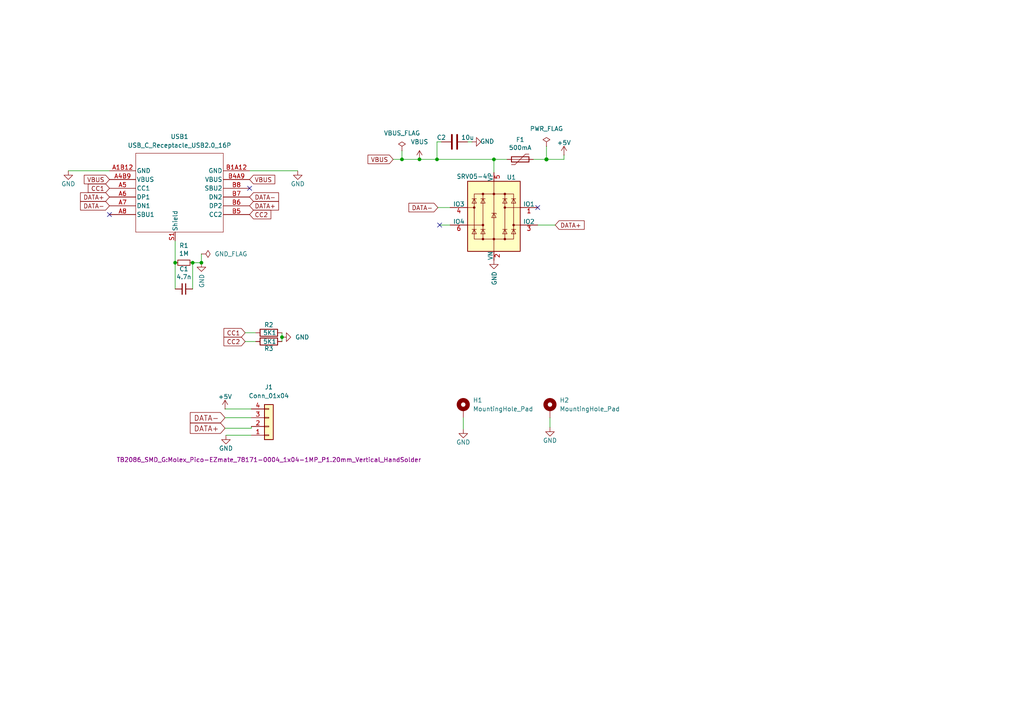
<source format=kicad_sch>
(kicad_sch (version 20250114) (generator "eeschema") (generator_version "9.0")
  (paper "A4")
  (lib_symbols
    (symbol "Connector_Generic:Conn_01x04" (pin_names (offset 1.016) (hide yes))
      (property "Reference" "J" (at 0 5.08 0))
      (property "Value" "Conn_01x04" (at 0 -7.62 0))
      (symbol "Conn_01x04_1_1"
        (rectangle (start -1.27 3.81) (end 1.27 -6.35) (stroke (width 0.254)) (fill (type background)))
        (rectangle (start -1.27 2.667) (end 0 2.413) (stroke (width 0.1524)))
        (rectangle (start -1.27 0.127) (end 0 -0.127) (stroke (width 0.1524)))
        (rectangle (start -1.27 -2.413) (end 0 -2.667) (stroke (width 0.1524)))
        (rectangle (start -1.27 -4.953) (end 0 -5.207) (stroke (width 0.1524)))
        (pin passive line (at -5.08 2.54 0) (length 3.81) (name "Pin_1") (number "1"))
        (pin passive line (at -5.08 0 0) (length 3.81) (name "Pin_2") (number "2"))
        (pin passive line (at -5.08 -2.54 0) (length 3.81) (name "Pin_3") (number "3"))
        (pin passive line (at -5.08 -5.08 0) (length 3.81) (name "Pin_4") (number "4"))
      )
    )
    (symbol "Device:C" (pin_numbers (hide yes)) (pin_names (offset 0.254))
      (property "Reference" "C" (at 0.635 2.54 0))
      (property "Value" "C" (at 0.635 -2.54 0))
      (symbol "C_0_1"
        (polyline (pts (xy -2.032 0.762) (xy 2.032 0.762)) (stroke (width 0.508)))
        (polyline (pts (xy -2.032 -0.762) (xy 2.032 -0.762)) (stroke (width 0.508)))
      )
      (symbol "C_1_1"
        (pin passive line (at 0 3.81 270) (length 2.794) (name "~") (number "1"))
        (pin passive line (at 0 -3.81 90) (length 2.794) (name "~") (number "2"))
      )
    )
    (symbol "Device:C_Small" (pin_numbers (hide yes)) (pin_names (offset 0.254) (hide yes))
      (property "Reference" "C" (at 0.254 1.778 0))
      (property "Value" "C_Small" (at 0.254 -2.032 0))
      (symbol "C_Small_0_1"
        (polyline (pts (xy -1.524 0.508) (xy 1.524 0.508)) (stroke (width 0.3048)))
        (polyline (pts (xy -1.524 -0.508) (xy 1.524 -0.508)) (stroke (width 0.3302)))
      )
      (symbol "C_Small_1_1"
        (pin passive line (at 0 2.54 270) (length 2.032) (name "~") (number "1"))
        (pin passive line (at 0 -2.54 90) (length 2.032) (name "~") (number "2"))
      )
    )
    (symbol "Device:Polyfuse" (pin_numbers (hide yes)) (pin_names (offset 0))
      (property "Reference" "F" (at -2.54 0 90))
      (property "Value" "Polyfuse" (at 2.54 0 90))
      (symbol "Polyfuse_0_1"
        (polyline (pts (xy -1.524 2.54) (xy -1.524 1.524) (xy 1.524 -1.524) (xy 1.524 -2.54)))
        (rectangle (start -0.762 2.54) (end 0.762 -2.54) (stroke (width 0.254)))
        (polyline (pts (xy 0 2.54) (xy 0 -2.54)))
      )
      (symbol "Polyfuse_1_1"
        (pin passive line (at 0 3.81 270) (length 1.27) (name "~") (number "1"))
        (pin passive line (at 0 -3.81 90) (length 1.27) (name "~") (number "2"))
      )
    )
    (symbol "Device:R" (pin_numbers (hide yes)) (pin_names (offset 0))
      (property "Reference" "R" (at 2.032 0 90))
      (property "Value" "R" (at 0 0 90))
      (symbol "R_0_1"
        (rectangle (start -1.016 -2.54) (end 1.016 2.54) (stroke (width 0.254)))
      )
      (symbol "R_1_1"
        (pin passive line (at 0 3.81 270) (length 1.27) (name "~") (number "1"))
        (pin passive line (at 0 -3.81 90) (length 1.27) (name "~") (number "2"))
      )
    )
    (symbol "Device:R_Small" (pin_numbers (hide yes)) (pin_names (offset 0.254) (hide yes))
      (property "Reference" "R" (at 0.762 0.508 0))
      (property "Value" "R_Small" (at 0.762 -1.016 0))
      (symbol "R_Small_0_1"
        (rectangle (start -0.762 1.778) (end 0.762 -1.778) (stroke (width 0.2032)))
      )
      (symbol "R_Small_1_1"
        (pin passive line (at 0 2.54 270) (length 0.762) (name "~") (number "1"))
        (pin passive line (at 0 -2.54 90) (length 0.762) (name "~") (number "2"))
      )
    )
    (symbol "Mechanical:MountingHole_Pad" (pin_numbers (hide yes)) (pin_names (offset 1.016) (hide yes)) (in_bom no)
      (property "Reference" "H" (at 0 6.35 0))
      (property "Value" "MountingHole_Pad" (at 0 4.445 0))
      (symbol "MountingHole_Pad_0_1"
        (circle (center 0 1.27) (radius 1.27) (stroke (width 1.27)))
      )
      (symbol "MountingHole_Pad_1_1"
        (pin input line (at 0 -2.54 90) (length 2.54) (name "1") (number "1"))
      )
    )
    (symbol "Power_Protection:SRV05-4" (pin_names (offset 0))
      (property "Reference" "U" (at -5.08 11.43 0))
      (property "Value" "SRV05-4" (at 2.54 11.43 0))
      (symbol "SRV05-4_0_0"
        (rectangle (start -5.715 6.477) (end 5.715 -6.604))
        (polyline (pts (xy -3.175 -6.604) (xy -3.175 6.477)))
        (polyline (pts (xy 3.175 6.477) (xy 3.175 -6.604)))
      )
      (symbol "SRV05-4_0_1"
        (polyline (pts (xy -7.747 2.54) (xy -3.175 2.54)))
        (rectangle (start -7.62 10.16) (end 7.62 -10.16) (stroke (width 0.254)) (fill (type background)))
        (polyline (pts (xy -7.62 -2.54) (xy -5.715 -2.54)))
        (circle (center -5.715 -2.54) (radius 0.2794) (fill (type outline)))
        (polyline (pts (xy -5.08 5.08) (xy -6.35 5.08)))
        (polyline (pts (xy -5.08 3.81) (xy -6.35 3.81) (xy -5.715 5.08) (xy -5.08 3.81)))
        (polyline (pts (xy -5.08 -3.81) (xy -6.35 -3.81)))
        (polyline (pts (xy -5.08 -5.08) (xy -6.35 -5.08) (xy -5.715 -3.81) (xy -5.08 -5.08)))
        (circle (center -3.175 6.477) (radius 0.2794) (fill (type outline)))
        (circle (center -3.175 2.54) (radius 0.2794) (fill (type outline)))
        (circle (center -3.175 -6.604) (radius 0.2794) (fill (type outline)))
        (polyline (pts (xy -2.54 5.08) (xy -3.81 5.08)))
        (polyline (pts (xy -2.54 3.81) (xy -3.81 3.81) (xy -3.175 5.08) (xy -2.54 3.81)))
        (polyline (pts (xy -2.54 -3.81) (xy -3.81 -3.81)))
        (polyline (pts (xy -2.54 -5.08) (xy -3.81 -5.08) (xy -3.175 -3.81) (xy -2.54 -5.08)))
        (polyline (pts (xy 0 10.16) (xy 0 -10.16)))
        (circle (center 0 6.477) (radius 0.2794) (fill (type outline)))
        (circle (center 0 -6.604) (radius 0.2794) (fill (type outline)))
        (polyline (pts (xy 0.635 0.889) (xy -0.635 0.889) (xy -0.635 0.635)))
        (polyline (pts (xy 0.635 -0.381) (xy -0.635 -0.381) (xy 0 0.889) (xy 0.635 -0.381)))
        (circle (center 3.175 6.477) (radius 0.2794) (fill (type outline)))
        (circle (center 3.175 -2.54) (radius 0.2794) (fill (type outline)))
        (circle (center 3.175 -6.604) (radius 0.2794) (fill (type outline)))
        (polyline (pts (xy 3.81 5.08) (xy 2.54 5.08)))
        (polyline (pts (xy 3.81 3.81) (xy 2.54 3.81) (xy 3.175 5.08) (xy 3.81 3.81)))
        (polyline (pts (xy 3.81 -3.81) (xy 2.54 -3.81)))
        (polyline (pts (xy 3.81 -5.08) (xy 2.54 -5.08) (xy 3.175 -3.81) (xy 3.81 -5.08)))
        (circle (center 5.715 2.54) (radius 0.2794) (fill (type outline)))
        (polyline (pts (xy 6.35 5.08) (xy 5.08 5.08)))
        (polyline (pts (xy 6.35 3.81) (xy 5.08 3.81) (xy 5.715 5.08) (xy 6.35 3.81)))
        (polyline (pts (xy 6.35 -3.81) (xy 5.08 -3.81)))
        (polyline (pts (xy 6.35 -5.08) (xy 5.08 -5.08) (xy 5.715 -3.81) (xy 6.35 -5.08)))
        (polyline (pts (xy 7.62 2.54) (xy 5.715 2.54)))
        (polyline (pts (xy 7.62 -2.54) (xy 3.175 -2.54)))
      )
      (symbol "SRV05-4_1_1"
        (pin passive line (at -12.7 2.54 0) (length 5.08) (name "IO1") (number "1"))
        (pin passive line (at -12.7 -2.54 0) (length 5.08) (name "IO2") (number "3"))
        (pin passive line (at 0 12.7 270) (length 2.54) (name "VP") (number "5"))
        (pin passive line (at 0 -12.7 90) (length 2.54) (name "VN") (number "2"))
        (pin passive line (at 12.7 2.54 180) (length 5.08) (name "IO3") (number "4"))
        (pin passive line (at 12.7 -2.54 180) (length 5.08) (name "IO4") (number "6"))
      )
    )
    (symbol "UltraLibrarian:TYPE-C-31-M-14" (pin_names (offset 0.254))
      (property "Reference" "U" (at 20.32 10.16 0))
      (property "Value" "TYPE-C-31-M-14" (at 20.32 7.62 0))
      (symbol "TYPE-C-31-M-14_0_1"
        (polyline (pts (xy 7.62 5.08) (xy 7.62 -17.78)) (stroke (width 0.127)))
        (polyline (pts (xy 7.62 -17.78) (xy 33.02 -17.78)) (stroke (width 0.127)))
        (polyline (pts (xy 33.02 5.08) (xy 7.62 5.08)) (stroke (width 0.127)))
        (polyline (pts (xy 33.02 -17.78) (xy 33.02 5.08)) (stroke (width 0.127)))
        (pin power_out line (at 0 0 0) (length 7.62) (name "GND") (number "A1B12"))
        (pin power_in line (at 0 -2.54 0) (length 7.62) (name "VBUS") (number "A4B9"))
        (pin bidirectional line (at 0 -5.08 0) (length 7.62) (name "CC1") (number "A5"))
        (pin bidirectional line (at 0 -7.62 0) (length 7.62) (name "DP1") (number "A6"))
        (pin bidirectional line (at 0 -10.16 0) (length 7.62) (name "DN1") (number "A7"))
        (pin bidirectional line (at 0 -12.7 0) (length 7.62) (name "SBU1") (number "A8"))
        (pin power_out line (at 40.64 0 180) (length 7.62) (name "GND") (number "B1A12"))
        (pin power_in line (at 40.64 -2.54 180) (length 7.62) (name "VBUS") (number "B4A9"))
        (pin bidirectional line (at 40.64 -5.08 180) (length 7.62) (name "SBU2") (number "B8"))
        (pin bidirectional line (at 40.64 -7.62 180) (length 7.62) (name "DN2") (number "B7"))
        (pin bidirectional line (at 40.64 -10.16 180) (length 7.62) (name "DP2") (number "B6"))
        (pin bidirectional line (at 40.64 -12.7 180) (length 7.62) (name "CC2") (number "B5"))
      )
      (symbol "TYPE-C-31-M-14_1_1"
        (pin input line (at 19.05 -20.32 90) (length 2.54) (name "Shield") (number "S1"))
      )
    )
    (symbol "nrfmicro-rescue:GND" (power) (pin_names (offset 0))
      (property "Value" "GND" (at 0 -3.81 0))
      (symbol "GND_0_1"
        (polyline (pts (xy 0 0) (xy 0 -1.27) (xy 1.27 -1.27) (xy 0 -2.54) (xy -1.27 -1.27) (xy 0 -1.27)))
      )
      (symbol "GND_1_1"
        (pin power_in line (at 0 0 270) (length 0) (hide yes) (name "GND") (number "1"))
      )
    )
    (symbol "power:+5V" (power) (pin_numbers (hide yes)) (pin_names (offset 0) (hide yes))
      (property "Value" "+5V" (at 0 3.556 0))
      (symbol "+5V_0_1"
        (polyline (pts (xy -0.762 1.27) (xy 0 2.54)))
        (polyline (pts (xy 0 2.54) (xy 0.762 1.27)))
        (polyline (pts (xy 0 0) (xy 0 2.54)))
      )
      (symbol "+5V_1_1"
        (pin power_in line (at 0 0 90) (length 0) (name "~") (number "1"))
      )
    )
    (symbol "power:GND" (power) (pin_numbers (hide yes)) (pin_names (offset 0) (hide yes))
      (property "Value" "GND" (at 0 -3.81 0))
      (symbol "GND_0_1"
        (polyline (pts (xy 0 0) (xy 0 -1.27) (xy 1.27 -1.27) (xy 0 -2.54) (xy -1.27 -1.27) (xy 0 -1.27)))
      )
      (symbol "GND_1_1"
        (pin power_in line (at 0 0 270) (length 0) (name "~") (number "1"))
      )
    )
    (symbol "power:PWR_FLAG" (power) (pin_numbers (hide yes)) (pin_names (offset 0) (hide yes))
      (property "Value" "PWR_FLAG" (at 0 3.81 0))
      (symbol "PWR_FLAG_0_0"
        (pin power_out line (at 0 0 90) (length 0) (name "~") (number "1"))
      )
      (symbol "PWR_FLAG_0_1"
        (polyline (pts (xy 0 0) (xy 0 1.27) (xy -1.016 1.905) (xy 0 2.54) (xy 1.016 1.905) (xy 0 1.27)))
      )
    )
    (symbol "power:VBUS" (power) (pin_numbers (hide yes)) (pin_names (offset 0) (hide yes))
      (property "Value" "VBUS" (at 0 3.556 0))
      (symbol "VBUS_0_1"
        (polyline (pts (xy -0.762 1.27) (xy 0 2.54)))
        (polyline (pts (xy 0 2.54) (xy 0.762 1.27)))
        (polyline (pts (xy 0 0) (xy 0 2.54)))
      )
      (symbol "VBUS_1_1"
        (pin power_in line (at 0 0 90) (length 0) (name "~") (number "1"))
      )
    )
  )
  (junction (at 143.256 46.228))
  (junction (at 81.788 97.79))
  (junction (at 55.88 76.2))
  (junction (at 58.42 76.2))
  (junction (at 121.666 46.228))
  (junction (at 116.586 46.228))
  (junction (at 158.496 46.228) (diameter 1.016))
  (junction (at 126.746 46.228))
  (junction (at 50.8 76.2))
  (no_connect (at 155.956 60.198))
  (no_connect (at 31.75 62.23))
  (no_connect (at 72.39 54.61))
  (no_connect (at 127.508 65.278))
  (wire (pts (xy 58.42 73.66) (xy 58.42 76.2)))
  (wire (pts (xy 71.12 96.52) (xy 74.168 96.52)))
  (wire (pts (xy 55.88 76.2) (xy 58.42 76.2)))
  (wire (pts (xy 126.746 41.148) (xy 126.746 46.228)))
  (wire (pts (xy 72.898 124.206) (xy 72.898 123.698)))
  (wire (pts (xy 126.746 46.228) (xy 143.256 46.228)))
  (wire (pts (xy 65.278 118.618) (xy 72.898 118.618)))
  (wire (pts (xy 135.636 41.148) (xy 136.906 41.148)))
  (wire (pts (xy 121.666 46.228) (xy 126.746 46.228)))
  (wire (pts (xy 86.36 49.53) (xy 72.39 49.53)))
  (wire (pts (xy 116.586 43.688) (xy 116.586 46.228)))
  (wire (pts (xy 55.88 83.82) (xy 55.88 76.2)))
  (wire (pts (xy 158.496 42.418) (xy 158.496 46.228)))
  (wire (pts (xy 114.046 46.228) (xy 116.586 46.228)))
  (wire (pts (xy 65.278 121.158) (xy 72.898 121.158)))
  (wire (pts (xy 50.8 69.85) (xy 50.8 76.2)))
  (wire (pts (xy 159.512 123.952) (xy 159.512 121.158)))
  (wire (pts (xy 81.788 96.52) (xy 81.788 97.79)))
  (wire (pts (xy 143.256 46.228) (xy 147.066 46.228)))
  (wire (pts (xy 116.586 46.228) (xy 121.666 46.228)))
  (wire (pts (xy 163.576 44.958) (xy 163.576 46.228)))
  (wire (pts (xy 154.686 46.228) (xy 158.496 46.228)))
  (wire (pts (xy 134.366 124.46) (xy 134.366 121.158)))
  (wire (pts (xy 155.956 65.278) (xy 161.036 65.278)))
  (wire (pts (xy 50.8 76.2) (xy 50.8 83.82)))
  (wire (pts (xy 65.278 124.206) (xy 72.898 124.206)))
  (wire (pts (xy 19.812 49.53) (xy 31.75 49.53)))
  (wire (pts (xy 143.256 46.228) (xy 143.256 50.038)))
  (wire (pts (xy 158.496 46.228) (xy 163.576 46.228)))
  (wire (pts (xy 81.788 97.79) (xy 81.788 99.06)))
  (wire (pts (xy 128.016 41.148) (xy 126.746 41.148)))
  (wire (pts (xy 127.508 65.278) (xy 130.556 65.278)))
  (wire (pts (xy 127 60.198) (xy 130.556 60.198)))
  (wire (pts (xy 65.532 126.238) (xy 72.898 126.238)))
  (wire (pts (xy 71.12 99.06) (xy 74.168 99.06)))
  (global_label "VBUS" (shape input) (at 31.75 52.07 180) (property "Intersheetrefs" "${INTERSHEET_REFS}" (effects (hide yes))))
  (global_label "DATA+" (shape input) (at 31.75 57.15 180) (property "Intersheetrefs" "${INTERSHEET_REFS}" (effects (hide yes))))
  (global_label "VBUS" (shape input) (at 72.39 52.07 0) (property "Intersheetrefs" "${INTERSHEET_REFS}" (effects (hide yes))))
  (global_label "DATA+" (shape input) (at 65.278 124.206 180) (effects (font (size 1.524 1.524))) (property "Intersheetrefs" "${INTERSHEET_REFS}" (effects (hide yes))))
  (global_label "DATA-" (shape input) (at 72.39 57.15 0) (property "Intersheetrefs" "${INTERSHEET_REFS}" (effects (hide yes))))
  (global_label "CC1" (shape input) (at 31.75 54.61 180) (property "Intersheetrefs" "${INTERSHEET_REFS}" (effects (hide yes))))
  (global_label "DATA-" (shape input) (at 65.278 121.158 180) (effects (font (size 1.524 1.524))) (property "Intersheetrefs" "${INTERSHEET_REFS}" (effects (hide yes))))
  (global_label "CC1" (shape input) (at 71.12 96.52 180) (property "Intersheetrefs" "${INTERSHEET_REFS}" (effects (hide yes))))
  (global_label "DATA+" (shape input) (at 161.036 65.278 0) (property "Intersheetrefs" "${INTERSHEET_REFS}" (effects (hide yes))))
  (global_label "DATA-" (shape input) (at 127 60.198 180) (property "Intersheetrefs" "${INTERSHEET_REFS}" (effects (hide yes))))
  (global_label "DATA-" (shape input) (at 31.75 59.69 180) (property "Intersheetrefs" "${INTERSHEET_REFS}" (effects (hide yes))))
  (global_label "CC2" (shape input) (at 71.12 99.06 180) (property "Intersheetrefs" "${INTERSHEET_REFS}" (effects (hide yes))))
  (global_label "DATA+" (shape input) (at 72.39 59.69 0) (property "Intersheetrefs" "${INTERSHEET_REFS}" (effects (hide yes))))
  (global_label "CC2" (shape input) (at 72.39 62.23 0) (property "Intersheetrefs" "${INTERSHEET_REFS}" (effects (hide yes))))
  (global_label "VBUS" (shape input) (at 114.046 46.228 180) (property "Intersheetrefs" "${INTERSHEET_REFS}" (effects (hide yes))))
  (symbol (lib_id "Device:Polyfuse") (at 150.876 46.228 270) (unit 1)
    (property "Reference" "F1" (at 150.876 40.513 90))
    (property "Value" "500mA" (at 150.876 42.8244 90))
    (property "Footprint" "Fuse:Fuse_0805_2012Metric" (effects (hide yes)))
    (property "JLCSMT" "C66452" (effects (hide yes)))
    (property "LCSC" "C66452" (effects (hide yes)))
    (property "MPN" "SMD0805-050" (effects (hide yes)))
    (property "Manufacturer" "TECHFUSE" (effects (hide yes)))
  )
  (symbol (lib_id "power:GND") (at 136.906 41.148 90) (unit 1)
    (property "Reference" "#PWR07" (effects (hide yes)))
    (property "Value" "GND" (at 141.3002 41.021 90))
  )
  (symbol (lib_id "power:GND") (at 58.42 76.2 0) (unit 1)
    (property "Reference" "#PWR02" (effects (hide yes)))
    (property "Value" "GND" (at 58.547 79.4512 90) (effects (justify right)))
  )
  (symbol (lib_id "Device:R") (at 77.978 99.06 90) (unit 1)
    (property "Reference" "R3" (at 77.978 101.092 90))
    (property "Value" "5K1" (at 78.232 99.06 90))
    (property "Footprint" "Resistor_SMD:R_0603_1608Metric_Pad0.98x0.95mm_HandSolder" (effects (hide yes)))
    (property "Description" "Resistor" (effects (hide yes)))
    (property "LCSC" "C22356620" (effects (hide yes)))
  )
  (symbol (lib_id "power:GND") (at 143.256 75.438 0) (unit 1)
    (property "Reference" "#PWR036" (effects (hide yes)))
    (property "Value" "GND" (at 143.383 78.6892 90) (effects (justify right)))
  )
  (symbol (lib_id "power:PWR_FLAG") (at 158.496 42.418 0) (unit 1)
    (property "Reference" "#FLG03" (effects (hide yes)))
    (property "Value" "PWR_FLAG" (at 158.496 37.338 0))
    (property "Description" "Special symbol for telling ERC where power comes from" (effects (hide yes)))
  )
  (symbol (lib_id "power:PWR_FLAG") (at 58.42 73.66 270) (unit 1)
    (property "Reference" "#FLG01" (effects (hide yes)))
    (property "Value" "GND_FLAG" (at 62.23 73.6599 90) (effects (justify left)))
    (property "Description" "Special symbol for telling ERC where power comes from" (effects (hide yes)))
  )
  (symbol (lib_id "nrfmicro-rescue:GND") (at 19.812 49.53 0) (unit 1)
    (property "Reference" "#PWR01" (effects (hide yes)))
    (property "Value" "GND" (at 19.812 53.34 0))
  )
  (symbol (lib_id "nrfmicro-rescue:GND") (at 65.532 126.238 0) (unit 1)
    (property "Reference" "#PWR03" (effects (hide yes)))
    (property "Value" "GND" (at 65.532 130.048 0))
  )
  (symbol (lib_id "Device:C") (at 131.826 41.148 270) (unit 1)
    (property "Reference" "C2" (at 128.016 39.878 90))
    (property "Value" "10u" (at 135.636 39.878 90))
    (property "Footprint" "Capacitor_SMD:C_0603_1608Metric" (effects (hide yes)))
    (property "JLCSMT" "C19702" (effects (hide yes)))
    (property "LCSC" "C19702" (effects (hide yes)))
    (property "MPN" "CL10A106KP8NNNC" (effects (hide yes)))
    (property "Manufacturer" "Samsung Electro-Mechanics" (effects (hide yes)))
  )
  (symbol (lib_id "Mechanical:MountingHole_Pad") (at 134.366 118.618 0) (unit 1) (in_bom no)
    (property "Reference" "H1" (at 137.16 116.0779 0) (effects (justify left)))
    (property "Value" "MountingHole_Pad" (at 137.16 118.6179 0) (effects (justify left)))
    (property "Footprint" "MountingHole:MountingHole_3.2mm_M3_Pad_Via" (effects (hide yes)))
    (property "Description" "Mounting Hole with connection" (effects (hide yes)))
  )
  (symbol (lib_id "nrfmicro-rescue:GND") (at 86.36 49.53 0) (unit 1)
    (property "Reference" "#PWR04" (effects (hide yes)))
    (property "Value" "GND" (at 86.36 53.34 0))
  )
  (symbol (lib_id "Device:R") (at 77.978 96.52 90) (unit 1)
    (property "Reference" "R2" (at 77.978 94.234 90))
    (property "Value" "5K1" (at 78.232 96.52 90))
    (property "Footprint" "Resistor_SMD:R_0603_1608Metric_Pad0.98x0.95mm_HandSolder" (effects (hide yes)))
    (property "Description" "Resistor" (effects (hide yes)))
    (property "LCSC" "C22356620" (effects (hide yes)))
  )
  (symbol (lib_id "Power_Protection:SRV05-4") (at 143.256 62.738 0) (mirror y) (unit 1)
    (property "Reference" "U1" (at 148.336 51.4308 0))
    (property "Value" "SRV05-4" (at 136.906 51.1895 0))
    (property "Footprint" "Package_TO_SOT_SMD:SOT-23-6" (effects (hide yes)))
    (property "Datasheet" "http://www.onsemi.com/pub/Collateral/SRV05-4-D.PDF" (effects (hide yes)))
    (property "JLCSMT" "C85364" (effects (hide yes)))
    (property "LCSC" "C85364" (effects (hide yes)))
    (property "MPN" "SRV05-4-P-T7" (effects (hide yes)))
    (property "Manufacturer" "ProTek Devices" (effects (hide yes)))
  )
  (symbol (lib_id "power:VBUS") (at 121.666 46.228 0) (unit 1)
    (property "Reference" "#PWR05" (effects (hide yes)))
    (property "Value" "VBUS" (at 121.666 41.148 0))
    (property "Description" "Power symbol creates a global label with name \"VBUS\"" (effects (hide yes)))
  )
  (symbol (lib_id "power:PWR_FLAG") (at 116.586 43.688 0) (unit 1)
    (property "Reference" "#FLG02" (effects (hide yes)))
    (property "Value" "VBUS_FLAG" (at 116.586 38.608 0))
    (property "Description" "Special symbol for telling ERC where power comes from" (effects (hide yes)))
  )
  (symbol (lib_id "power:+5V") (at 65.278 118.618 0) (unit 1)
    (property "Reference" "#PWR010" (effects (hide yes)))
    (property "Value" "+5V" (at 65.278 115.0706 0))
  )
  (symbol (lib_id "nrfmicro-rescue:GND") (at 134.366 124.46 0) (unit 1)
    (property "Reference" "#PWR08" (effects (hide yes)))
    (property "Value" "GND" (at 134.366 128.27 0))
  )
  (symbol (lib_id "Mechanical:MountingHole_Pad") (at 159.512 118.618 0) (unit 1) (in_bom no)
    (property "Reference" "H2" (at 162.306 116.0779 0) (effects (justify left)))
    (property "Value" "MountingHole_Pad" (at 162.306 118.6179 0) (effects (justify left)))
    (property "Footprint" "MountingHole:MountingHole_3.2mm_M3_Pad_Via" (effects (hide yes)))
    (property "Description" "Mounting Hole with connection" (effects (hide yes)))
  )
  (symbol (lib_id "Connector_Generic:Conn_01x04") (at 77.978 123.698 0) (mirror x) (unit 1)
    (property "Reference" "J1" (at 77.978 112.268 0))
    (property "Value" "Conn_01x04" (at 77.978 114.808 0))
    (property "Footprint" "TB2086_SMD_G:Molex_Pico-EZmate_78171-0004_1x04-1MP_P1.20mm_Vertical_HandSolder" (at 77.978 133.35 0))
  )
  (symbol (lib_id "nrfmicro-rescue:GND") (at 159.512 123.952 0) (unit 1)
    (property "Reference" "#PWR09" (effects (hide yes)))
    (property "Value" "GND" (at 159.512 127.762 0))
  )
  (symbol (lib_id "UltraLibrarian:TYPE-C-31-M-14") (at 31.75 49.53 0) (unit 1)
    (property "Reference" "USB1" (at 52.07 39.624 0))
    (property "Value" "USB_C_Receptacle_USB2.0_16P" (at 52.07 42.164 0))
    (property "Footprint" "ULTRA_LIBRARIAN:TYPE-C-31-M-14_HRO" (effects (hide yes)))
    (property "Datasheet" "TYPE-C-31-M-14" (effects (hide yes)))
    (property "Description" "USB 2.0-only 16P Type-C Receptacle connector" (effects (hide yes)))
  )
  (symbol (lib_id "Device:R_Small") (at 53.34 76.2 270) (unit 1)
    (property "Reference" "R1" (at 53.34 71.2216 90))
    (property "Value" "1M" (at 53.34 73.533 90))
    (property "Footprint" "Resistor_SMD:R_0603_1608Metric_Pad0.98x0.95mm_HandSolder" (effects (hide yes)))
  )
  (symbol (lib_id "power:+5V") (at 163.576 44.958 0) (unit 1)
    (property "Reference" "#PWR031" (effects (hide yes)))
    (property "Value" "+5V" (at 163.576 41.4106 0))
  )
  (symbol (lib_id "power:GND") (at 81.788 97.79 90) (unit 1)
    (property "Reference" "#PWR06" (effects (hide yes)))
    (property "Value" "GND" (at 85.598 97.7899 90) (effects (justify right)))
    (property "Description" "Power symbol creates a global label with name \"GND\" , ground" (effects (hide yes)))
  )
  (symbol (lib_id "Device:C_Small") (at 53.34 83.82 270) (unit 1)
    (property "Reference" "C1" (at 53.34 78.0034 90))
    (property "Value" "4.7n" (at 53.34 80.3148 90))
    (property "Footprint" "Capacitor_SMD:C_0805_2012Metric" (effects (hide yes)))
    (property "LCSC" "C16036" (effects (hide yes)))
  )
)
</source>
